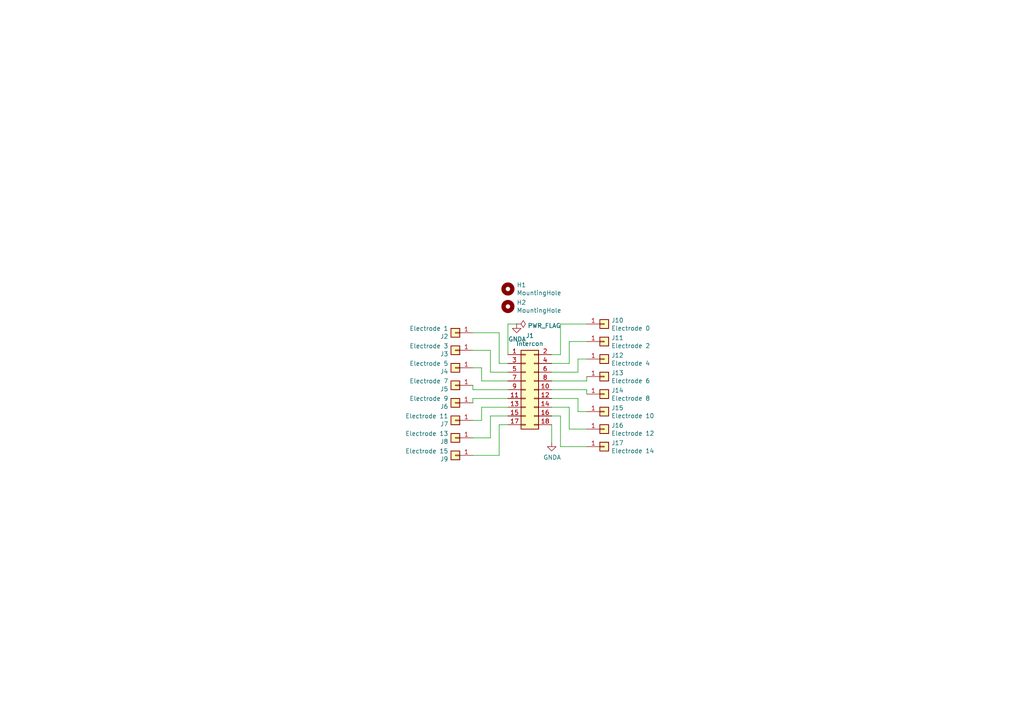
<source format=kicad_sch>
(kicad_sch (version 20230121) (generator eeschema)
  (paper "A4")
  (lib_symbols
    (symbol "Connector_Generic:Conn_01x01" (pin_names (offset 1.016) hide)
      (property "Reference" "J" (at 0 2.54 0))
      (property "Value" "Conn_01x01" (at 0 -2.54 0))
      (symbol "Conn_01x01_1_1"
        (rectangle (start -1.27 0.127) (end 0 -0.127) (stroke (width 0.1524)))
        (rectangle (start -1.27 1.27) (end 1.27 -1.27) (stroke (width 0.254)) (fill (type background)))
        (pin passive line (at -5.08 0 0) (length 3.81) (name "Pin_1") (number "1"))
      )
    )
    (symbol "Connector_Generic:Conn_02x09_Odd_Even" (pin_names (offset 1.016) hide)
      (property "Reference" "J" (at 1.27 12.7 0))
      (property "Value" "Conn_02x09_Odd_Even" (at 1.27 -12.7 0))
      (symbol "Conn_02x09_Odd_Even_1_1"
        (rectangle (start -1.27 -10.033) (end 0 -10.287) (stroke (width 0.1524)))
        (rectangle (start -1.27 -7.493) (end 0 -7.747) (stroke (width 0.1524)))
        (rectangle (start -1.27 -4.953) (end 0 -5.207) (stroke (width 0.1524)))
        (rectangle (start -1.27 -2.413) (end 0 -2.667) (stroke (width 0.1524)))
        (rectangle (start -1.27 0.127) (end 0 -0.127) (stroke (width 0.1524)))
        (rectangle (start -1.27 2.667) (end 0 2.413) (stroke (width 0.1524)))
        (rectangle (start -1.27 5.207) (end 0 4.953) (stroke (width 0.1524)))
        (rectangle (start -1.27 7.747) (end 0 7.493) (stroke (width 0.1524)))
        (rectangle (start -1.27 10.287) (end 0 10.033) (stroke (width 0.1524)))
        (rectangle (start -1.27 11.43) (end 3.81 -11.43) (stroke (width 0.254)) (fill (type background)))
        (rectangle (start 3.81 -10.033) (end 2.54 -10.287) (stroke (width 0.1524)))
        (rectangle (start 3.81 -7.493) (end 2.54 -7.747) (stroke (width 0.1524)))
        (rectangle (start 3.81 -4.953) (end 2.54 -5.207) (stroke (width 0.1524)))
        (rectangle (start 3.81 -2.413) (end 2.54 -2.667) (stroke (width 0.1524)))
        (rectangle (start 3.81 0.127) (end 2.54 -0.127) (stroke (width 0.1524)))
        (rectangle (start 3.81 2.667) (end 2.54 2.413) (stroke (width 0.1524)))
        (rectangle (start 3.81 5.207) (end 2.54 4.953) (stroke (width 0.1524)))
        (rectangle (start 3.81 7.747) (end 2.54 7.493) (stroke (width 0.1524)))
        (rectangle (start 3.81 10.287) (end 2.54 10.033) (stroke (width 0.1524)))
        (pin passive line (at -5.08 10.16 0) (length 3.81) (name "Pin_1") (number "1"))
        (pin passive line (at 7.62 0 180) (length 3.81) (name "Pin_10") (number "10"))
        (pin passive line (at -5.08 -2.54 0) (length 3.81) (name "Pin_11") (number "11"))
        (pin passive line (at 7.62 -2.54 180) (length 3.81) (name "Pin_12") (number "12"))
        (pin passive line (at -5.08 -5.08 0) (length 3.81) (name "Pin_13") (number "13"))
        (pin passive line (at 7.62 -5.08 180) (length 3.81) (name "Pin_14") (number "14"))
        (pin passive line (at -5.08 -7.62 0) (length 3.81) (name "Pin_15") (number "15"))
        (pin passive line (at 7.62 -7.62 180) (length 3.81) (name "Pin_16") (number "16"))
        (pin passive line (at -5.08 -10.16 0) (length 3.81) (name "Pin_17") (number "17"))
        (pin passive line (at 7.62 -10.16 180) (length 3.81) (name "Pin_18") (number "18"))
        (pin passive line (at 7.62 10.16 180) (length 3.81) (name "Pin_2") (number "2"))
        (pin passive line (at -5.08 7.62 0) (length 3.81) (name "Pin_3") (number "3"))
        (pin passive line (at 7.62 7.62 180) (length 3.81) (name "Pin_4") (number "4"))
        (pin passive line (at -5.08 5.08 0) (length 3.81) (name "Pin_5") (number "5"))
        (pin passive line (at 7.62 5.08 180) (length 3.81) (name "Pin_6") (number "6"))
        (pin passive line (at -5.08 2.54 0) (length 3.81) (name "Pin_7") (number "7"))
        (pin passive line (at 7.62 2.54 180) (length 3.81) (name "Pin_8") (number "8"))
        (pin passive line (at -5.08 0 0) (length 3.81) (name "Pin_9") (number "9"))
      )
    )
    (symbol "GNDA_1" (power) (pin_names (offset 0))
      (property "Value" "GNDA_1" (at 0 -3.81 0))
      (symbol "GNDA_1_0_1"
        (polyline (pts (xy 0 0) (xy 0 -1.27) (xy 1.27 -1.27) (xy 0 -2.54) (xy -1.27 -1.27) (xy 0 -1.27)))
      )
      (symbol "GNDA_1_1_1"
        (pin power_in line (at 0 0 270) (length 0) hide (name "GNDA") (number "1"))
      )
    )
    (symbol "Mechanical:MountingHole" (pin_names (offset 1.016))
      (property "Reference" "H" (at 0 5.08 0))
      (property "Value" "MountingHole" (at 0 3.175 0))
      (symbol "MountingHole_0_1"
        (circle (center 0 0) (radius 1.27) (stroke (width 1.27)))
      )
    )
    (symbol "power:GNDA" (power) (pin_names (offset 0))
      (property "Value" "GNDA" (at 0 -3.81 0))
      (symbol "GNDA_0_1"
        (polyline (pts (xy 0 0) (xy 0 -1.27) (xy 1.27 -1.27) (xy 0 -2.54) (xy -1.27 -1.27) (xy 0 -1.27)))
      )
      (symbol "GNDA_1_1"
        (pin power_in line (at 0 0 270) (length 0) hide (name "GNDA") (number "1"))
      )
    )
    (symbol "power:PWR_FLAG" (power) (pin_numbers hide) (pin_names (offset 0) hide)
      (property "Value" "PWR_FLAG" (at 0 3.81 0))
      (symbol "PWR_FLAG_0_0"
        (pin power_out line (at 0 0 90) (length 0) (name "pwr") (number "1"))
      )
      (symbol "PWR_FLAG_0_1"
        (polyline (pts (xy 0 0) (xy 0 1.27) (xy -1.016 1.905) (xy 0 2.54) (xy 1.016 1.905) (xy 0 1.27)))
      )
    )
  )
  (wire (pts (xy 160.02 113.03) (xy 170.18 113.03)))
  (wire (pts (xy 142.24 101.6) (xy 142.24 107.95)))
  (wire (pts (xy 137.16 101.6) (xy 142.24 101.6)))
  (wire (pts (xy 137.16 113.03) (xy 137.16 111.76)))
  (wire (pts (xy 139.7 106.68) (xy 137.16 106.68)))
  (wire (pts (xy 137.16 115.57) (xy 147.32 115.57)))
  (wire (pts (xy 137.16 121.92) (xy 139.7 121.92)))
  (wire (pts (xy 162.56 93.98) (xy 170.18 93.98)))
  (wire (pts (xy 167.64 107.95) (xy 167.64 104.14)))
  (wire (pts (xy 139.7 118.11) (xy 147.32 118.11)))
  (wire (pts (xy 165.1 99.06) (xy 170.18 99.06)))
  (wire (pts (xy 144.78 123.19) (xy 144.78 132.08)))
  (wire (pts (xy 160.02 102.87) (xy 162.56 102.87)))
  (wire (pts (xy 137.16 115.57) (xy 137.16 116.84)))
  (wire (pts (xy 137.16 96.52) (xy 144.78 96.52)))
  (wire (pts (xy 144.78 96.52) (xy 144.78 105.41)))
  (wire (pts (xy 160.02 118.11) (xy 165.1 118.11)))
  (wire (pts (xy 170.18 110.49) (xy 170.18 109.22)))
  (wire (pts (xy 137.16 127) (xy 142.24 127)))
  (wire (pts (xy 160.02 107.95) (xy 167.64 107.95)))
  (wire (pts (xy 170.18 113.03) (xy 170.18 114.3)))
  (wire (pts (xy 144.78 105.41) (xy 147.32 105.41)))
  (wire (pts (xy 162.56 102.87) (xy 162.56 93.98)))
  (wire (pts (xy 162.56 120.65) (xy 160.02 120.65)))
  (wire (pts (xy 147.32 93.98) (xy 149.86 93.98)))
  (wire (pts (xy 165.1 105.41) (xy 165.1 99.06)))
  (wire (pts (xy 139.7 118.11) (xy 139.7 121.92)))
  (wire (pts (xy 167.64 119.38) (xy 170.18 119.38)))
  (wire (pts (xy 167.64 104.14) (xy 170.18 104.14)))
  (wire (pts (xy 160.02 105.41) (xy 165.1 105.41)))
  (wire (pts (xy 160.02 110.49) (xy 170.18 110.49)))
  (wire (pts (xy 167.64 115.57) (xy 167.64 119.38)))
  (wire (pts (xy 137.16 132.08) (xy 144.78 132.08)))
  (wire (pts (xy 139.7 110.49) (xy 147.32 110.49)))
  (wire (pts (xy 142.24 120.65) (xy 147.32 120.65)))
  (wire (pts (xy 142.24 107.95) (xy 147.32 107.95)))
  (wire (pts (xy 162.56 120.65) (xy 162.56 129.54)))
  (wire (pts (xy 162.56 129.54) (xy 170.18 129.54)))
  (wire (pts (xy 142.24 120.65) (xy 142.24 127)))
  (wire (pts (xy 160.02 115.57) (xy 167.64 115.57)))
  (wire (pts (xy 139.7 110.49) (xy 139.7 106.68)))
  (wire (pts (xy 165.1 118.11) (xy 165.1 124.46)))
  (wire (pts (xy 160.02 123.19) (xy 160.02 128.27)))
  (wire (pts (xy 147.32 123.19) (xy 144.78 123.19)))
  (wire (pts (xy 147.32 102.87) (xy 147.32 93.98)))
  (wire (pts (xy 137.16 113.03) (xy 147.32 113.03)))
  (wire (pts (xy 165.1 124.46) (xy 170.18 124.46)))
  (symbol (lib_id "Connector_Generic:Conn_01x01") (at 132.08 96.52 180) (unit 1)
    (property "Reference" "J2" (at 130.048 97.5868 0) (effects (justify left)))
    (property "Value" "Electrode 1" (at 130.048 95.2754 0) (effects (justify left)))
    (property "Footprint" "private:CapSense_Electrode_14.6x39mm" (effects hide))
  )
  (symbol (lib_id "Connector_Generic:Conn_01x01") (at 175.26 93.98 0) (unit 1)
    (property "Reference" "J10" (at 177.292 92.9132 0) (effects (justify left)))
    (property "Value" "Electrode 0" (at 177.292 95.2246 0) (effects (justify left)))
    (property "Footprint" "private:CapSense_Electrode_14.6x39mm" (effects hide))
  )
  (symbol (lib_id "Connector_Generic:Conn_01x01") (at 132.08 101.6 180) (unit 1)
    (property "Reference" "J3" (at 130.048 102.6668 0) (effects (justify left)))
    (property "Value" "Electrode 3" (at 130.048 100.3554 0) (effects (justify left)))
    (property "Footprint" "private:CapSense_Electrode_14.6x39mm" (effects hide))
  )
  (symbol (lib_id "Connector_Generic:Conn_01x01") (at 175.26 99.06 0) (unit 1)
    (property "Reference" "J11" (at 177.292 97.9932 0) (effects (justify left)))
    (property "Value" "Electrode 2" (at 177.292 100.3046 0) (effects (justify left)))
    (property "Footprint" "private:CapSense_Electrode_14.6x39mm" (effects hide))
  )
  (symbol (lib_id "Connector_Generic:Conn_01x01") (at 132.08 106.68 180) (unit 1)
    (property "Reference" "J4" (at 130.048 107.7468 0) (effects (justify left)))
    (property "Value" "Electrode 5" (at 130.048 105.4354 0) (effects (justify left)))
    (property "Footprint" "private:CapSense_Electrode_14.6x39mm" (effects hide))
  )
  (symbol (lib_id "Connector_Generic:Conn_01x01") (at 175.26 104.14 0) (unit 1)
    (property "Reference" "J12" (at 177.292 103.0732 0) (effects (justify left)))
    (property "Value" "Electrode 4" (at 177.292 105.3846 0) (effects (justify left)))
    (property "Footprint" "private:CapSense_Electrode_14.6x39mm" (effects hide))
  )
  (symbol (lib_id "Connector_Generic:Conn_01x01") (at 132.08 111.76 180) (unit 1)
    (property "Reference" "J5" (at 130.048 112.8268 0) (effects (justify left)))
    (property "Value" "Electrode 7" (at 130.048 110.5154 0) (effects (justify left)))
    (property "Footprint" "private:CapSense_Electrode_14.6x39mm" (effects hide))
  )
  (symbol (lib_id "Connector_Generic:Conn_01x01") (at 175.26 109.22 0) (unit 1)
    (property "Reference" "J13" (at 177.292 108.1532 0) (effects (justify left)))
    (property "Value" "Electrode 6" (at 177.292 110.4646 0) (effects (justify left)))
    (property "Footprint" "private:CapSense_Electrode_14.6x39mm" (effects hide))
  )
  (symbol (lib_id "Connector_Generic:Conn_01x01") (at 132.08 116.84 180) (unit 1)
    (property "Reference" "J6" (at 130.048 117.9068 0) (effects (justify left)))
    (property "Value" "Electrode 9" (at 130.048 115.5954 0) (effects (justify left)))
    (property "Footprint" "private:CapSense_Electrode_14.6x39mm" (effects hide))
  )
  (symbol (lib_id "Connector_Generic:Conn_01x01") (at 175.26 114.3 0) (unit 1)
    (property "Reference" "J14" (at 177.292 113.2332 0) (effects (justify left)))
    (property "Value" "Electrode 8" (at 177.292 115.5446 0) (effects (justify left)))
    (property "Footprint" "private:CapSense_Electrode_14.6x39mm" (effects hide))
  )
  (symbol (lib_id "Connector_Generic:Conn_01x01") (at 132.08 121.92 180) (unit 1)
    (property "Reference" "J7" (at 130.048 122.9868 0) (effects (justify left)))
    (property "Value" "Electrode 11" (at 130.048 120.6754 0) (effects (justify left)))
    (property "Footprint" "private:CapSense_Electrode_14.6x39mm" (effects hide))
  )
  (symbol (lib_id "Connector_Generic:Conn_01x01") (at 175.26 119.38 0) (unit 1)
    (property "Reference" "J15" (at 177.292 118.3132 0) (effects (justify left)))
    (property "Value" "Electrode 10" (at 177.292 120.6246 0) (effects (justify left)))
    (property "Footprint" "private:CapSense_Electrode_14.6x39mm" (effects hide))
  )
  (symbol (lib_id "Connector_Generic:Conn_01x01") (at 132.08 127 180) (unit 1)
    (property "Reference" "J8" (at 130.048 128.0668 0) (effects (justify left)))
    (property "Value" "Electrode 13" (at 130.048 125.7554 0) (effects (justify left)))
    (property "Footprint" "private:CapSense_Electrode_14.6x39mm" (effects hide))
  )
  (symbol (lib_id "Connector_Generic:Conn_01x01") (at 175.26 124.46 0) (unit 1)
    (property "Reference" "J16" (at 177.292 123.3932 0) (effects (justify left)))
    (property "Value" "Electrode 12" (at 177.292 125.7046 0) (effects (justify left)))
    (property "Footprint" "private:CapSense_Electrode_14.6x39mm" (effects hide))
  )
  (symbol (lib_id "Connector_Generic:Conn_01x01") (at 132.08 132.08 180) (unit 1)
    (property "Reference" "J9" (at 130.048 133.1468 0) (effects (justify left)))
    (property "Value" "Electrode 15" (at 130.048 130.8354 0) (effects (justify left)))
    (property "Footprint" "private:CapSense_Electrode_14.6x39mm" (effects hide))
  )
  (symbol (lib_id "Connector_Generic:Conn_01x01") (at 175.26 129.54 0) (unit 1)
    (property "Reference" "J17" (at 177.292 128.4732 0) (effects (justify left)))
    (property "Value" "Electrode 14" (at 177.292 130.7846 0) (effects (justify left)))
    (property "Footprint" "private:CapSense_Electrode_14.6x39mm" (effects hide))
  )
  (symbol (lib_id "Connector_Generic:Conn_02x09_Odd_Even") (at 152.4 113.03 0) (unit 1)
    (property "Reference" "J1" (at 153.67 97.3582 0))
    (property "Value" "Intercon" (at 153.67 99.6696 0))
    (property "Footprint" "Connector_PinHeader_2.54mm:PinHeader_2x09_P2.54mm_Vertical_SMD" (effects hide))
  )
  (symbol (lib_name "GNDA_1") (lib_id "power:GNDA") (at 149.86 93.98 0) (unit 1)
    (property "Reference" "#PWR01" (effects hide))
    (property "Value" "GNDA" (at 149.987 98.3742 0))
  )
  (symbol (lib_id "power:GNDA") (at 160.02 128.27 0) (unit 1)
    (property "Reference" "#PWR02" (effects hide))
    (property "Value" "GNDA" (at 160.147 132.6642 0))
  )
  (symbol (lib_id "Mechanical:MountingHole") (at 147.32 88.9 0) (unit 1)
    (property "Reference" "H2" (at 149.86 87.7316 0) (effects (justify left)))
    (property "Value" "MountingHole" (at 149.86 90.043 0) (effects (justify left)))
    (property "Footprint" "MountingHole:MountingHole_3.2mm_M3_ISO7380" (effects hide))
  )
  (symbol (lib_id "Mechanical:MountingHole") (at 147.32 83.82 0) (unit 1)
    (property "Reference" "H1" (at 149.86 82.6516 0) (effects (justify left)))
    (property "Value" "MountingHole" (at 149.86 84.963 0) (effects (justify left)))
    (property "Footprint" "MountingHole:MountingHole_3.2mm_M3_ISO7380" (effects hide))
  )
  (symbol (lib_id "power:PWR_FLAG") (at 149.86 93.98 270) (unit 1)
    (property "Reference" "#FLG0101" (effects hide))
    (property "Value" "PWR_FLAG" (at 153.035 94.459 90) (effects (justify left)))
  )
)
</source>
